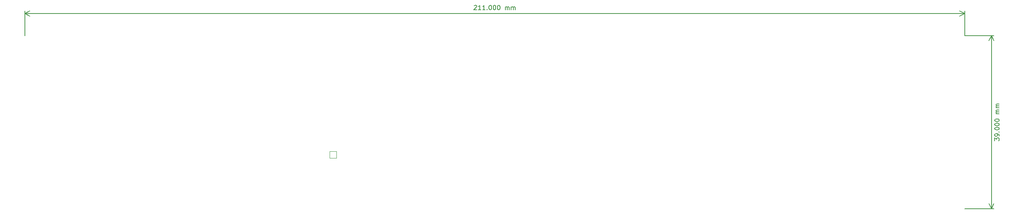
<source format=gbr>
G04 #@! TF.GenerationSoftware,KiCad,Pcbnew,(5.1.12)-1*
G04 #@! TF.CreationDate,2022-05-10T22:26:18-07:00*
G04 #@! TF.ProjectId,Spring2022,53707269-6e67-4323-9032-322e6b696361,rev?*
G04 #@! TF.SameCoordinates,PX3a2c940PY3fe56c0*
G04 #@! TF.FileFunction,OtherDrawing,Comment*
%FSLAX46Y46*%
G04 Gerber Fmt 4.6, Leading zero omitted, Abs format (unit mm)*
G04 Created by KiCad (PCBNEW (5.1.12)-1) date 2022-05-10 22:26:18*
%MOMM*%
%LPD*%
G01*
G04 APERTURE LIST*
%ADD10C,0.150000*%
%ADD11C,0.100000*%
G04 APERTURE END LIST*
D10*
X217752380Y15309524D02*
X217752380Y15928572D01*
X218133333Y15595239D01*
X218133333Y15738096D01*
X218180952Y15833334D01*
X218228571Y15880953D01*
X218323809Y15928572D01*
X218561904Y15928572D01*
X218657142Y15880953D01*
X218704761Y15833334D01*
X218752380Y15738096D01*
X218752380Y15452381D01*
X218704761Y15357143D01*
X218657142Y15309524D01*
X218752380Y16404762D02*
X218752380Y16595239D01*
X218704761Y16690477D01*
X218657142Y16738096D01*
X218514285Y16833334D01*
X218323809Y16880953D01*
X217942857Y16880953D01*
X217847619Y16833334D01*
X217800000Y16785715D01*
X217752380Y16690477D01*
X217752380Y16500000D01*
X217800000Y16404762D01*
X217847619Y16357143D01*
X217942857Y16309524D01*
X218180952Y16309524D01*
X218276190Y16357143D01*
X218323809Y16404762D01*
X218371428Y16500000D01*
X218371428Y16690477D01*
X218323809Y16785715D01*
X218276190Y16833334D01*
X218180952Y16880953D01*
X218657142Y17309524D02*
X218704761Y17357143D01*
X218752380Y17309524D01*
X218704761Y17261905D01*
X218657142Y17309524D01*
X218752380Y17309524D01*
X217752380Y17976191D02*
X217752380Y18071429D01*
X217800000Y18166667D01*
X217847619Y18214286D01*
X217942857Y18261905D01*
X218133333Y18309524D01*
X218371428Y18309524D01*
X218561904Y18261905D01*
X218657142Y18214286D01*
X218704761Y18166667D01*
X218752380Y18071429D01*
X218752380Y17976191D01*
X218704761Y17880953D01*
X218657142Y17833334D01*
X218561904Y17785715D01*
X218371428Y17738096D01*
X218133333Y17738096D01*
X217942857Y17785715D01*
X217847619Y17833334D01*
X217800000Y17880953D01*
X217752380Y17976191D01*
X217752380Y18928572D02*
X217752380Y19023810D01*
X217800000Y19119048D01*
X217847619Y19166667D01*
X217942857Y19214286D01*
X218133333Y19261905D01*
X218371428Y19261905D01*
X218561904Y19214286D01*
X218657142Y19166667D01*
X218704761Y19119048D01*
X218752380Y19023810D01*
X218752380Y18928572D01*
X218704761Y18833334D01*
X218657142Y18785715D01*
X218561904Y18738096D01*
X218371428Y18690477D01*
X218133333Y18690477D01*
X217942857Y18738096D01*
X217847619Y18785715D01*
X217800000Y18833334D01*
X217752380Y18928572D01*
X217752380Y19880953D02*
X217752380Y19976191D01*
X217800000Y20071429D01*
X217847619Y20119048D01*
X217942857Y20166667D01*
X218133333Y20214286D01*
X218371428Y20214286D01*
X218561904Y20166667D01*
X218657142Y20119048D01*
X218704761Y20071429D01*
X218752380Y19976191D01*
X218752380Y19880953D01*
X218704761Y19785715D01*
X218657142Y19738096D01*
X218561904Y19690477D01*
X218371428Y19642858D01*
X218133333Y19642858D01*
X217942857Y19690477D01*
X217847619Y19738096D01*
X217800000Y19785715D01*
X217752380Y19880953D01*
X218752380Y21404762D02*
X218085714Y21404762D01*
X218180952Y21404762D02*
X218133333Y21452381D01*
X218085714Y21547620D01*
X218085714Y21690477D01*
X218133333Y21785715D01*
X218228571Y21833334D01*
X218752380Y21833334D01*
X218228571Y21833334D02*
X218133333Y21880953D01*
X218085714Y21976191D01*
X218085714Y22119048D01*
X218133333Y22214286D01*
X218228571Y22261905D01*
X218752380Y22261905D01*
X218752380Y22738096D02*
X218085714Y22738096D01*
X218180952Y22738096D02*
X218133333Y22785715D01*
X218085714Y22880953D01*
X218085714Y23023810D01*
X218133333Y23119048D01*
X218228571Y23166667D01*
X218752380Y23166667D01*
X218228571Y23166667D02*
X218133333Y23214286D01*
X218085714Y23309524D01*
X218085714Y23452381D01*
X218133333Y23547620D01*
X218228571Y23595239D01*
X218752380Y23595239D01*
X217000000Y0D02*
X217000000Y39000000D01*
X211000000Y0D02*
X217586421Y0D01*
X211000000Y39000000D02*
X217586421Y39000000D01*
X217000000Y39000000D02*
X217586421Y37873496D01*
X217000000Y39000000D02*
X216413579Y37873496D01*
X217000000Y0D02*
X217586421Y1126504D01*
X217000000Y0D02*
X216413579Y1126504D01*
X100880952Y45752381D02*
X100928571Y45800000D01*
X101023809Y45847620D01*
X101261904Y45847620D01*
X101357142Y45800000D01*
X101404761Y45752381D01*
X101452380Y45657143D01*
X101452380Y45561905D01*
X101404761Y45419048D01*
X100833333Y44847620D01*
X101452380Y44847620D01*
X102404761Y44847620D02*
X101833333Y44847620D01*
X102119047Y44847620D02*
X102119047Y45847620D01*
X102023809Y45704762D01*
X101928571Y45609524D01*
X101833333Y45561905D01*
X103357142Y44847620D02*
X102785714Y44847620D01*
X103071428Y44847620D02*
X103071428Y45847620D01*
X102976190Y45704762D01*
X102880952Y45609524D01*
X102785714Y45561905D01*
X103785714Y44942858D02*
X103833333Y44895239D01*
X103785714Y44847620D01*
X103738095Y44895239D01*
X103785714Y44942858D01*
X103785714Y44847620D01*
X104452380Y45847620D02*
X104547619Y45847620D01*
X104642857Y45800000D01*
X104690476Y45752381D01*
X104738095Y45657143D01*
X104785714Y45466667D01*
X104785714Y45228572D01*
X104738095Y45038096D01*
X104690476Y44942858D01*
X104642857Y44895239D01*
X104547619Y44847620D01*
X104452380Y44847620D01*
X104357142Y44895239D01*
X104309523Y44942858D01*
X104261904Y45038096D01*
X104214285Y45228572D01*
X104214285Y45466667D01*
X104261904Y45657143D01*
X104309523Y45752381D01*
X104357142Y45800000D01*
X104452380Y45847620D01*
X105404761Y45847620D02*
X105500000Y45847620D01*
X105595238Y45800000D01*
X105642857Y45752381D01*
X105690476Y45657143D01*
X105738095Y45466667D01*
X105738095Y45228572D01*
X105690476Y45038096D01*
X105642857Y44942858D01*
X105595238Y44895239D01*
X105500000Y44847620D01*
X105404761Y44847620D01*
X105309523Y44895239D01*
X105261904Y44942858D01*
X105214285Y45038096D01*
X105166666Y45228572D01*
X105166666Y45466667D01*
X105214285Y45657143D01*
X105261904Y45752381D01*
X105309523Y45800000D01*
X105404761Y45847620D01*
X106357142Y45847620D02*
X106452380Y45847620D01*
X106547619Y45800000D01*
X106595238Y45752381D01*
X106642857Y45657143D01*
X106690476Y45466667D01*
X106690476Y45228572D01*
X106642857Y45038096D01*
X106595238Y44942858D01*
X106547619Y44895239D01*
X106452380Y44847620D01*
X106357142Y44847620D01*
X106261904Y44895239D01*
X106214285Y44942858D01*
X106166666Y45038096D01*
X106119047Y45228572D01*
X106119047Y45466667D01*
X106166666Y45657143D01*
X106214285Y45752381D01*
X106261904Y45800000D01*
X106357142Y45847620D01*
X107880952Y44847620D02*
X107880952Y45514286D01*
X107880952Y45419048D02*
X107928571Y45466667D01*
X108023809Y45514286D01*
X108166666Y45514286D01*
X108261904Y45466667D01*
X108309523Y45371429D01*
X108309523Y44847620D01*
X108309523Y45371429D02*
X108357142Y45466667D01*
X108452380Y45514286D01*
X108595238Y45514286D01*
X108690476Y45466667D01*
X108738095Y45371429D01*
X108738095Y44847620D01*
X109214285Y44847620D02*
X109214285Y45514286D01*
X109214285Y45419048D02*
X109261904Y45466667D01*
X109357142Y45514286D01*
X109500000Y45514286D01*
X109595238Y45466667D01*
X109642857Y45371429D01*
X109642857Y44847620D01*
X109642857Y45371429D02*
X109690476Y45466667D01*
X109785714Y45514286D01*
X109928571Y45514286D01*
X110023809Y45466667D01*
X110071428Y45371429D01*
X110071428Y44847620D01*
X0Y44000000D02*
X211000000Y44000000D01*
X0Y39000000D02*
X0Y44586421D01*
X211000000Y39000000D02*
X211000000Y44586421D01*
X211000000Y44000000D02*
X209873496Y43413579D01*
X211000000Y44000000D02*
X209873496Y44586421D01*
X0Y44000000D02*
X1126504Y43413579D01*
X0Y44000000D02*
X1126504Y44586421D01*
D11*
G04 #@! TO.C,U11*
X69934000Y11400000D02*
X68434000Y11400000D01*
X68434000Y11400000D02*
X68434000Y12900000D01*
X68434000Y12900000D02*
X69934000Y12900000D01*
X69934000Y12900000D02*
X69934000Y11400000D01*
G04 #@! TD*
M02*

</source>
